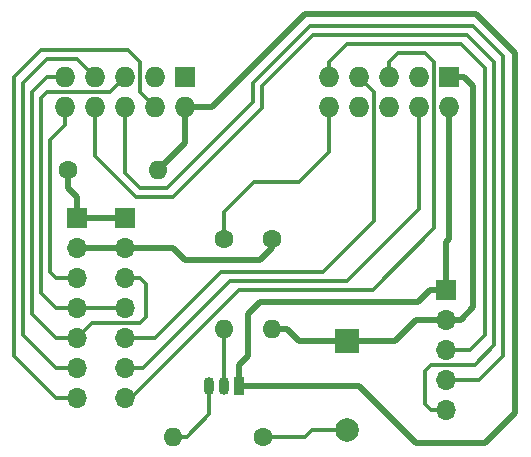
<source format=gbr>
G04 #@! TF.GenerationSoftware,KiCad,Pcbnew,5.0.2-bee76a0~70~ubuntu18.04.1*
G04 #@! TF.CreationDate,2018-12-25T16:41:34-08:00*
G04 #@! TF.ProjectId,Marlin_UIBOX,4d61726c-696e-45f5-9549-424f582e6b69,rev?*
G04 #@! TF.SameCoordinates,PX7bfa480PY68e7780*
G04 #@! TF.FileFunction,Copper,L2,Bot*
G04 #@! TF.FilePolarity,Positive*
%FSLAX46Y46*%
G04 Gerber Fmt 4.6, Leading zero omitted, Abs format (unit mm)*
G04 Created by KiCad (PCBNEW 5.0.2-bee76a0~70~ubuntu18.04.1) date Tue 25 Dec 2018 04:41:34 PM PST*
%MOMM*%
%LPD*%
G01*
G04 APERTURE LIST*
G04 #@! TA.AperFunction,ComponentPad*
%ADD10C,1.600000*%
G04 #@! TD*
G04 #@! TA.AperFunction,ComponentPad*
%ADD11O,1.600000X1.600000*%
G04 #@! TD*
G04 #@! TA.AperFunction,ComponentPad*
%ADD12R,1.727200X1.727200*%
G04 #@! TD*
G04 #@! TA.AperFunction,ComponentPad*
%ADD13O,1.727200X1.727200*%
G04 #@! TD*
G04 #@! TA.AperFunction,ComponentPad*
%ADD14O,1.700000X1.700000*%
G04 #@! TD*
G04 #@! TA.AperFunction,ComponentPad*
%ADD15R,1.700000X1.700000*%
G04 #@! TD*
G04 #@! TA.AperFunction,ComponentPad*
%ADD16R,0.900000X1.500000*%
G04 #@! TD*
G04 #@! TA.AperFunction,ComponentPad*
%ADD17O,0.900000X1.500000*%
G04 #@! TD*
G04 #@! TA.AperFunction,ComponentPad*
%ADD18C,2.000000*%
G04 #@! TD*
G04 #@! TA.AperFunction,ComponentPad*
%ADD19R,2.000000X2.000000*%
G04 #@! TD*
G04 #@! TA.AperFunction,Conductor*
%ADD20C,0.500000*%
G04 #@! TD*
G04 #@! TA.AperFunction,Conductor*
%ADD21C,0.300000*%
G04 #@! TD*
G04 APERTURE END LIST*
D10*
G04 #@! TO.P,R4,1*
G04 #@! TO.N,GND*
X6144000Y25926000D03*
D11*
G04 #@! TO.P,R4,2*
X13764000Y25926000D03*
G04 #@! TD*
G04 #@! TO.P,R3,2*
G04 #@! TO.N,VCC*
X23416000Y12464000D03*
D10*
G04 #@! TO.P,R3,1*
X23416000Y20084000D03*
G04 #@! TD*
D12*
G04 #@! TO.P,J1,1*
G04 #@! TO.N,VCC*
X38402000Y33800000D03*
D13*
G04 #@! TO.P,J1,2*
G04 #@! TO.N,GND*
X38402000Y31260000D03*
G04 #@! TO.P,J1,3*
G04 #@! TO.N,N/C*
X35862000Y33800000D03*
G04 #@! TO.P,J1,4*
G04 #@! TO.N,/LCD_DC*
X35862000Y31260000D03*
G04 #@! TO.P,J1,5*
G04 #@! TO.N,/LCD_CS*
X33322000Y33800000D03*
G04 #@! TO.P,J1,6*
G04 #@! TO.N,N/C*
X33322000Y31260000D03*
G04 #@! TO.P,J1,7*
G04 #@! TO.N,/LCD_RES*
X30782000Y33800000D03*
G04 #@! TO.P,J1,8*
G04 #@! TO.N,N/C*
X30782000Y31260000D03*
G04 #@! TO.P,J1,9*
G04 #@! TO.N,/BT_SW*
X28242000Y33800000D03*
G04 #@! TO.P,J1,10*
G04 #@! TO.N,/BEEPER*
X28242000Y31260000D03*
G04 #@! TD*
G04 #@! TO.P,J2,10*
G04 #@! TO.N,/MISO*
X5890000Y31260000D03*
G04 #@! TO.P,J2,9*
G04 #@! TO.N,/SCK*
X5890000Y33800000D03*
G04 #@! TO.P,J2,8*
G04 #@! TO.N,/BT_EN2*
X8430000Y31260000D03*
G04 #@! TO.P,J2,7*
G04 #@! TO.N,/SD_SS*
X8430000Y33800000D03*
G04 #@! TO.P,J2,6*
G04 #@! TO.N,/BT_EN1*
X10970000Y31260000D03*
G04 #@! TO.P,J2,5*
G04 #@! TO.N,/MOSI*
X10970000Y33800000D03*
G04 #@! TO.P,J2,4*
G04 #@! TO.N,/SD_DET*
X13510000Y31260000D03*
G04 #@! TO.P,J2,3*
G04 #@! TO.N,N/C*
X13510000Y33800000D03*
G04 #@! TO.P,J2,2*
G04 #@! TO.N,GND*
X16050000Y31260000D03*
D12*
G04 #@! TO.P,J2,1*
G04 #@! TO.N,N/C*
X16050000Y33800000D03*
G04 #@! TD*
D14*
G04 #@! TO.P,J3,7*
G04 #@! TO.N,/LCD_CS*
X10970000Y6622000D03*
G04 #@! TO.P,J3,6*
G04 #@! TO.N,/LCD_DC*
X10970000Y9162000D03*
G04 #@! TO.P,J3,5*
G04 #@! TO.N,/LCD_RES*
X10970000Y11702000D03*
G04 #@! TO.P,J3,4*
G04 #@! TO.N,/MOSI*
X10970000Y14242000D03*
G04 #@! TO.P,J3,3*
G04 #@! TO.N,/SCK*
X10970000Y16782000D03*
G04 #@! TO.P,J3,2*
G04 #@! TO.N,VCC*
X10970000Y19322000D03*
D15*
G04 #@! TO.P,J3,1*
G04 #@! TO.N,GND*
X10970000Y21862000D03*
G04 #@! TD*
G04 #@! TO.P,J4,1*
G04 #@! TO.N,GND*
X6906000Y21862000D03*
D14*
G04 #@! TO.P,J4,2*
G04 #@! TO.N,VCC*
X6906000Y19322000D03*
G04 #@! TO.P,J4,3*
G04 #@! TO.N,/MISO*
X6906000Y16782000D03*
G04 #@! TO.P,J4,4*
G04 #@! TO.N,/MOSI*
X6906000Y14242000D03*
G04 #@! TO.P,J4,5*
G04 #@! TO.N,/SCK*
X6906000Y11702000D03*
G04 #@! TO.P,J4,6*
G04 #@! TO.N,/SD_SS*
X6906000Y9162000D03*
G04 #@! TO.P,J4,7*
G04 #@! TO.N,/SD_DET*
X6906000Y6622000D03*
G04 #@! TD*
G04 #@! TO.P,J5,5*
G04 #@! TO.N,/BT_EN2*
X38148000Y5606000D03*
G04 #@! TO.P,J5,4*
G04 #@! TO.N,/BT_EN1*
X38148000Y8146000D03*
G04 #@! TO.P,J5,3*
G04 #@! TO.N,/BT_SW*
X38148000Y10686000D03*
G04 #@! TO.P,J5,2*
G04 #@! TO.N,VCC*
X38148000Y13226000D03*
D15*
G04 #@! TO.P,J5,1*
G04 #@! TO.N,GND*
X38148000Y15766000D03*
G04 #@! TD*
D16*
G04 #@! TO.P,Q1,1*
G04 #@! TO.N,GND*
X20622000Y7638000D03*
D17*
G04 #@! TO.P,Q1,3*
G04 #@! TO.N,Net-(Q1-Pad3)*
X18082000Y7638000D03*
G04 #@! TO.P,Q1,2*
G04 #@! TO.N,Net-(Q1-Pad2)*
X19352000Y7638000D03*
G04 #@! TD*
D10*
G04 #@! TO.P,R1,1*
G04 #@! TO.N,/BEEPER*
X19352000Y20084000D03*
D11*
G04 #@! TO.P,R1,2*
G04 #@! TO.N,Net-(Q1-Pad2)*
X19352000Y12464000D03*
G04 #@! TD*
G04 #@! TO.P,R2,2*
G04 #@! TO.N,Net-(Q1-Pad3)*
X15034000Y3320000D03*
D10*
G04 #@! TO.P,R2,1*
G04 #@! TO.N,Net-(LS1-Pad2)*
X22654000Y3320000D03*
G04 #@! TD*
D18*
G04 #@! TO.P,LS1,2*
G04 #@! TO.N,Net-(LS1-Pad2)*
X29766000Y3848000D03*
D19*
G04 #@! TO.P,LS1,1*
G04 #@! TO.N,VCC*
X29766000Y11448000D03*
G04 #@! TD*
D20*
G04 #@! TO.N,VCC*
X25702000Y11448000D02*
X29766000Y11448000D01*
X22908000Y12464000D02*
X24686000Y12464000D01*
X24686000Y12464000D02*
X25702000Y11448000D01*
X39665600Y33800000D02*
X38402000Y33800000D01*
X40434000Y14309919D02*
X40434000Y33031600D01*
X38148000Y13226000D02*
X39350081Y13226000D01*
X40434000Y33031600D02*
X39665600Y33800000D01*
X39350081Y13226000D02*
X40434000Y14309919D01*
X6906000Y19322000D02*
X10970000Y19322000D01*
X38148000Y13226000D02*
X35608000Y13226000D01*
X33830000Y11448000D02*
X29766000Y11448000D01*
X35608000Y13226000D02*
X33830000Y11448000D01*
X23416000Y19322000D02*
X23416000Y20084000D01*
X22400000Y18306000D02*
X23416000Y19322000D01*
X16050000Y18306000D02*
X22400000Y18306000D01*
X10970000Y19322000D02*
X15034000Y19322000D01*
X15034000Y19322000D02*
X16050000Y18306000D01*
G04 #@! TO.N,GND*
X10970000Y21862000D02*
X6906000Y21862000D01*
X6144000Y25926000D02*
X6144000Y24402000D01*
X6906000Y23640000D02*
X6906000Y21862000D01*
X6144000Y24402000D02*
X6906000Y23640000D01*
X16050000Y28212000D02*
X16050000Y31260000D01*
X13764000Y25926000D02*
X16050000Y28212000D01*
X38148000Y19830000D02*
X38148000Y15766000D01*
X38402000Y31260000D02*
X38402000Y20084000D01*
X38402000Y20084000D02*
X38148000Y19830000D01*
X36798000Y15766000D02*
X35782000Y14750000D01*
X38148000Y15766000D02*
X36798000Y15766000D01*
X20622000Y9416000D02*
X20622000Y7638000D01*
X21384000Y13734000D02*
X21384000Y10178000D01*
X22400000Y14750000D02*
X21384000Y13734000D01*
X35782000Y14750000D02*
X22400000Y14750000D01*
X21384000Y10178000D02*
X20622000Y9416000D01*
X26210000Y39134000D02*
X18336000Y31260000D01*
X41450000Y2812000D02*
X43990000Y5352000D01*
X18336000Y31260000D02*
X16050000Y31260000D01*
X43990000Y35832000D02*
X40688000Y39134000D01*
X20622000Y7638000D02*
X30782000Y7638000D01*
X40688000Y39134000D02*
X26210000Y39134000D01*
X30782000Y7638000D02*
X35608000Y2812000D01*
X35608000Y2812000D02*
X41450000Y2812000D01*
X43990000Y5352000D02*
X43990000Y35832000D01*
D21*
G04 #@! TO.N,/LCD_DC*
X35862000Y22624000D02*
X29766000Y16528000D01*
X35862000Y31260000D02*
X35862000Y22624000D01*
X29766000Y16528000D02*
X19860000Y16528000D01*
X19860000Y16528000D02*
X12494000Y9162000D01*
X12494000Y9162000D02*
X10970000Y9162000D01*
G04 #@! TO.N,/LCD_CS*
X11478000Y6622000D02*
X10970000Y6622000D01*
X20622000Y15766000D02*
X11478000Y6622000D01*
X31925000Y15766000D02*
X20622000Y15766000D01*
X33322000Y35070000D02*
X34084000Y35832000D01*
X33322000Y33800000D02*
X33322000Y35070000D01*
X34084000Y35832000D02*
X36370000Y35832000D01*
X36370000Y35832000D02*
X37132000Y35070000D01*
X37132000Y35070000D02*
X37132000Y20973000D01*
X37132000Y20973000D02*
X31925000Y15766000D01*
G04 #@! TO.N,/LCD_RES*
X29258000Y18814000D02*
X29512000Y19068000D01*
X30782000Y33800000D02*
X32052000Y32530000D01*
X32052000Y21608000D02*
X29258000Y18814000D01*
X32052000Y32530000D02*
X32052000Y21608000D01*
X13510000Y11702000D02*
X19098000Y17290000D01*
X10970000Y11702000D02*
X13510000Y11702000D01*
X19098000Y17290000D02*
X27734000Y17290000D01*
X27734000Y17290000D02*
X29258000Y18814000D01*
G04 #@! TO.N,/BT_SW*
X40180000Y10686000D02*
X38148000Y10686000D01*
X28242000Y35070000D02*
X29766000Y36594000D01*
X29766000Y36594000D02*
X39418000Y36594000D01*
X39418000Y36594000D02*
X41450000Y34562000D01*
X41450000Y34562000D02*
X41450000Y11956000D01*
X28242000Y33800000D02*
X28242000Y35070000D01*
X41450000Y11956000D02*
X40180000Y10686000D01*
G04 #@! TO.N,/BEEPER*
X21892000Y24910000D02*
X19352000Y22370000D01*
X25702000Y24910000D02*
X21892000Y24910000D01*
X28242000Y31260000D02*
X28242000Y27450000D01*
X19352000Y22370000D02*
X19352000Y20084000D01*
X28242000Y27450000D02*
X25702000Y24910000D01*
G04 #@! TO.N,/MISO*
X5128000Y16782000D02*
X6906000Y16782000D01*
X4620000Y17290000D02*
X5128000Y16782000D01*
X4620000Y28466000D02*
X4620000Y17290000D01*
X5890000Y31260000D02*
X5890000Y29736000D01*
X5890000Y29736000D02*
X4620000Y28466000D01*
G04 #@! TO.N,/SCK*
X12240000Y12972000D02*
X8176000Y12972000D01*
X12748000Y13480000D02*
X12240000Y12972000D01*
X8176000Y12972000D02*
X6906000Y11702000D01*
X12748000Y16206081D02*
X12748000Y13480000D01*
X10970000Y16782000D02*
X12172081Y16782000D01*
X12172081Y16782000D02*
X12748000Y16206081D01*
X5128000Y11702000D02*
X6906000Y11702000D01*
X3096000Y13734000D02*
X5128000Y11702000D01*
X3096000Y32530000D02*
X3096000Y13734000D01*
X5890000Y33800000D02*
X4366000Y33800000D01*
X4366000Y33800000D02*
X3096000Y32530000D01*
G04 #@! TO.N,/BT_EN2*
X11859000Y23640000D02*
X8430000Y27069000D01*
X15034000Y23640000D02*
X11859000Y23640000D01*
X26845000Y37356000D02*
X22527000Y33038000D01*
X39926000Y37356000D02*
X26845000Y37356000D01*
X42212000Y35070000D02*
X39926000Y37356000D01*
X38148000Y5606000D02*
X36878000Y5606000D01*
X8430000Y27069000D02*
X8430000Y31260000D01*
X40561000Y9416000D02*
X42212000Y11067000D01*
X22527000Y31133000D02*
X15034000Y23640000D01*
X36878000Y9416000D02*
X40561000Y9416000D01*
X36370000Y6114000D02*
X36370000Y8908000D01*
X22527000Y33038000D02*
X22527000Y31133000D01*
X42212000Y11067000D02*
X42212000Y35070000D01*
X36878000Y5606000D02*
X36370000Y6114000D01*
X36370000Y8908000D02*
X36878000Y9416000D01*
G04 #@! TO.N,/SD_SS*
X6906000Y35324000D02*
X8430000Y33800000D01*
X4366000Y35324000D02*
X6906000Y35324000D01*
X2334000Y33292000D02*
X4366000Y35324000D01*
X2334000Y11956000D02*
X2334000Y33292000D01*
X6906000Y9162000D02*
X5128000Y9162000D01*
X5128000Y9162000D02*
X2334000Y11956000D01*
G04 #@! TO.N,/BT_EN1*
X40942000Y8146000D02*
X38148000Y8146000D01*
X42974000Y10178000D02*
X40942000Y8146000D01*
X42974000Y35578000D02*
X42974000Y10178000D01*
X26591000Y38118000D02*
X40434000Y38118000D01*
X10970000Y25672000D02*
X12240000Y24402000D01*
X10970000Y31260000D02*
X10970000Y25672000D01*
X12240000Y24402000D02*
X14526000Y24402000D01*
X40434000Y38118000D02*
X42974000Y35578000D01*
X14526000Y24402000D02*
X21765000Y31641000D01*
X21765000Y31641000D02*
X21765000Y33292000D01*
X21765000Y33292000D02*
X26591000Y38118000D01*
G04 #@! TO.N,/MOSI*
X6906000Y14242000D02*
X10970000Y14242000D01*
X3858000Y15512000D02*
X5128000Y14242000D01*
X3858000Y32022000D02*
X3858000Y15512000D01*
X4366000Y32530000D02*
X3858000Y32022000D01*
X10970000Y33800000D02*
X9700000Y32530000D01*
X5128000Y14242000D02*
X6906000Y14242000D01*
X9700000Y32530000D02*
X4366000Y32530000D01*
G04 #@! TO.N,/SD_DET*
X1572000Y10178000D02*
X5128000Y6622000D01*
X12240000Y32530000D02*
X12240000Y35070000D01*
X13510000Y31260000D02*
X12240000Y32530000D01*
X5128000Y6622000D02*
X6906000Y6622000D01*
X12240000Y35070000D02*
X11224000Y36086000D01*
X3858000Y36086000D02*
X1572000Y33800000D01*
X11224000Y36086000D02*
X3858000Y36086000D01*
X1572000Y33800000D02*
X1572000Y10178000D01*
G04 #@! TO.N,Net-(LS1-Pad2)*
X22654000Y3320000D02*
X26210000Y3320000D01*
X26738000Y3848000D02*
X29766000Y3848000D01*
X26210000Y3320000D02*
X26738000Y3848000D01*
G04 #@! TO.N,Net-(Q1-Pad3)*
X18082000Y6588000D02*
X18082000Y7638000D01*
X18082000Y5236630D02*
X18082000Y6588000D01*
X16165370Y3320000D02*
X18082000Y5236630D01*
X15034000Y3320000D02*
X16165370Y3320000D01*
G04 #@! TO.N,Net-(Q1-Pad2)*
X19352000Y11332630D02*
X19352000Y7638000D01*
X19352000Y12464000D02*
X19352000Y11332630D01*
G04 #@! TD*
M02*

</source>
